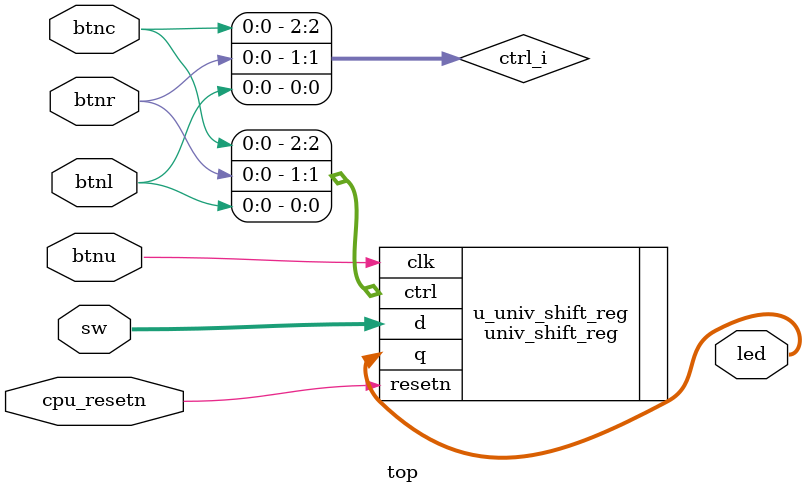
<source format=sv>
module top
    (
        input   logic btnu,
        input   logic btnc, btnl, btnr, cpu_resetn,
        input   logic [7:0] sw,
        output  logic [7:0] led
    );

    logic [2:0] ctrl_i;
    assign ctrl_i = {btnc, btnr, btnl};

    univ_shift_reg u_univ_shift_reg
        (.clk(btnu), .d(sw), .resetn(cpu_resetn), .ctrl(ctrl_i), .q(led));


endmodule

</source>
